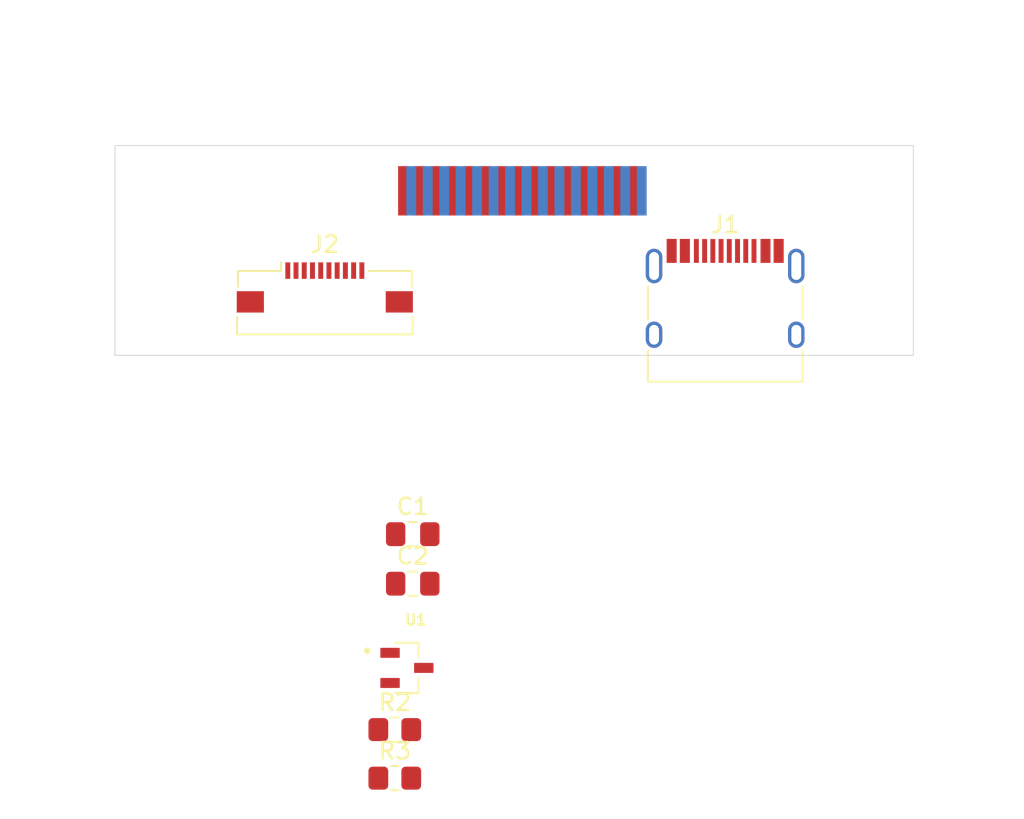
<source format=kicad_pcb>
(kicad_pcb (version 20241229) (generator "pcbnew") (generator_version "9.0")
  (layers (0 "F.Cu" signal) (2 "B.Cu" signal) (13 "F.Paste" user) (15 "B.Paste" user) (5 "F.SilkS" user "F.Silkscreen") (7 "B.SilkS" user "B.Silkscreen") (1 "F.Mask" user) (3 "B.Mask" user) (25 "Edge.Cuts" user))
  (net 0 "")
  (net 2 "Net-(U1-IN)")
  (net 3 "GNDS")
  (net 8 "D+")
  (net 10 "+5V")
  (net 12 "D-")
  (net 21 "ACC")
  (net 22 "GNDA")
  (net 23 "RX")
  (net 24 "TX")
  (net 25 "Net-(J1-CC1)")
  (net 26 "Net-(J1-CC2)")
  (net 27 "OUT_R")
  (net 30 "OUT_L")
  (footprint "MountingHole:MountingHole_2.2mm_M2" (layer "F.Cu") (at 154.25 94.125)
    (property "Reference" "REF**" (hide yes))
    (property "Value" "MountingHole_2.2mm_M2")
    (pad "" np_thru_hole circle (at 0 0) (size 2.2 2.2) (drill 2.2) (layers "*.Cu" "*.Mask"))
  )
  (footprint "AP2331SA:SOT91P240X120-3N" (layer "F.Cu") (at 169.487 119.5)
    (property "Reference" "U1" (at 0.533178 -2.922328 0) (layer "F.SilkS") (effects (font (size 0.64124 0.64124))))
    (property "Value" "AP2331SA-7")
    (fp_line (start 0.7 -1.534) (end -0.7 -1.534) (stroke (width 0.127)) (layer "F.SilkS"))
    (fp_line (start 0.7 -1.534) (end 0.7 -0.619) (stroke (width 0.127)) (layer "F.SilkS"))
    (fp_line (start 0.7 0.619) (end 0.7 1.534) (stroke (width 0.127)) (layer "F.SilkS"))
    (fp_line (start 0.7 1.534) (end -0.7 1.534) (stroke (width 0.127)) (layer "F.SilkS"))
    (fp_circle (center -2.409 -1.044) (end -2.309 -1.044) (stroke (width 0.2)) (fill no) (layer "F.SilkS"))
    (pad "1" smd roundrect (at -1.025 -0.915) (size 1.18 0.61) (layers "F.Cu" "F.Mask" "F.Paste") (roundrect_rratio 0.075) (net 3 "GNDS"))
    (pad "2" smd roundrect (at -1.025 0.915) (size 1.18 0.61) (layers "F.Cu" "F.Mask" "F.Paste") (roundrect_rratio 0.075) (net 10 "+5V"))
    (pad "3" smd roundrect (at 1.025 0) (size 1.18 0.61) (layers "F.Cu" "F.Mask" "F.Paste") (roundrect_rratio 0.075) (net 2 "Net-(U1-IN)"))
  )
  (footprint "Connector_USB:USB_C_Receptacle_HRO_TYPE-C-31-M-12" (layer "F.Cu") (at 188.82 98.2)
    (property "Reference" "J1" (at 0 -5.645 0) (layer "F.SilkS"))
    (property "Value" "USB-C Connector")
    (fp_line (start -4.7 -1.9) (end -4.7 0.1) (stroke (width 0.12)) (layer "F.SilkS"))
    (fp_line (start -4.7 2) (end -4.7 3.9) (stroke (width 0.12)) (layer "F.SilkS"))
    (fp_line (start -4.7 3.9) (end 4.7 3.9) (stroke (width 0.12)) (layer "F.SilkS"))
    (fp_line (start 4.7 -1.9) (end 4.7 0.1) (stroke (width 0.12)) (layer "F.SilkS"))
    (fp_line (start 4.7 2) (end 4.7 3.9) (stroke (width 0.12)) (layer "F.SilkS"))
    (pad "" np_thru_hole circle (at -2.89 -2.6) (size 0.65 0.65) (drill 0.65) (layers "*.Cu" "*.Mask"))
    (pad "" np_thru_hole circle (at 2.89 -2.6) (size 0.65 0.65) (drill 0.65) (layers "*.Cu" "*.Mask"))
    (pad "A1" smd rect (at -3.25 -4.045) (size 0.6 1.45) (layers "F.Cu" "F.Mask" "F.Paste") (net 3 "GNDS"))
    (pad "A4" smd rect (at -2.45 -4.045) (size 0.6 1.45) (layers "F.Cu" "F.Mask" "F.Paste") (net 2 "Net-(U1-IN)"))
    (pad "A5" smd rect (at -1.25 -4.045) (size 0.3 1.45) (layers "F.Cu" "F.Mask" "F.Paste") (net 25 "Net-(J1-CC1)"))
    (pad "A6" smd rect (at -0.25 -4.045) (size 0.3 1.45) (layers "F.Cu" "F.Mask" "F.Paste") (net 8 "D+"))
    (pad "A7" smd rect (at 0.25 -4.045) (size 0.3 1.45) (layers "F.Cu" "F.Mask" "F.Paste") (net 12 "D-"))
    (pad "A8" smd rect (at 1.25 -4.045) (size 0.3 1.45) (layers "F.Cu" "F.Mask" "F.Paste"))
    (pad "A9" smd rect (at 2.45 -4.045) (size 0.6 1.45) (layers "F.Cu" "F.Mask" "F.Paste") (net 2 "Net-(U1-IN)"))
    (pad "A12" smd rect (at 3.25 -4.045) (size 0.6 1.45) (layers "F.Cu" "F.Mask" "F.Paste") (net 3 "GNDS"))
    (pad "B1" smd rect (at 3.25 -4.045) (size 0.6 1.45) (layers "F.Cu" "F.Mask" "F.Paste") (net 3 "GNDS"))
    (pad "B4" smd rect (at 2.45 -4.045) (size 0.6 1.45) (layers "F.Cu" "F.Mask" "F.Paste") (net 2 "Net-(U1-IN)"))
    (pad "B5" smd rect (at 1.75 -4.045) (size 0.3 1.45) (layers "F.Cu" "F.Mask" "F.Paste") (net 26 "Net-(J1-CC2)"))
    (pad "B6" smd rect (at 0.75 -4.045) (size 0.3 1.45) (layers "F.Cu" "F.Mask" "F.Paste") (net 8 "D+"))
    (pad "B7" smd rect (at -0.75 -4.045) (size 0.3 1.45) (layers "F.Cu" "F.Mask" "F.Paste") (net 12 "D-"))
    (pad "B8" smd rect (at -1.75 -4.045) (size 0.3 1.45) (layers "F.Cu" "F.Mask" "F.Paste"))
    (pad "B9" smd rect (at -2.45 -4.045) (size 0.6 1.45) (layers "F.Cu" "F.Mask" "F.Paste") (net 2 "Net-(U1-IN)"))
    (pad "B12" smd rect (at -3.25 -4.045) (size 0.6 1.45) (layers "F.Cu" "F.Mask" "F.Paste") (net 3 "GNDS"))
    (pad "S1" thru_hole oval (at -4.32 -3.13) (size 1 2.1) (drill oval 0.6 1.7) (property pad_prop_heatsink) (layers "*.Cu" "*.Mask") (net 3 "GNDS"))
    (pad "S1" thru_hole oval (at -4.32 1.05) (size 1 1.6) (drill oval 0.6 1.2) (property pad_prop_heatsink) (layers "*.Cu" "*.Mask") (net 3 "GNDS"))
    (pad "S1" thru_hole oval (at 4.32 -3.13) (size 1 2.1) (drill oval 0.6 1.7) (property pad_prop_heatsink) (layers "*.Cu" "*.Mask") (net 3 "GNDS"))
    (pad "S1" thru_hole oval (at 4.32 1.05) (size 1 1.6) (drill oval 0.6 1.2) (property pad_prop_heatsink) (layers "*.Cu" "*.Mask") (net 3 "GNDS"))
  )
  (footprint "Resistor_SMD:R_0805_2012Metric_Pad1.20x1.40mm_HandSolder" (layer "F.Cu") (at 168.75 123.25)
    (property "Reference" "R2" (at 0 -1.65 0) (layer "F.SilkS"))
    (property "Value" "5K1")
    (fp_line (start -0.227064 -0.735) (end 0.227064 -0.735) (stroke (width 0.12)) (layer "F.SilkS"))
    (fp_line (start -0.227064 0.735) (end 0.227064 0.735) (stroke (width 0.12)) (layer "F.SilkS"))
    (pad "1" smd roundrect (at -1 0) (size 1.2 1.4) (layers "F.Cu" "F.Mask" "F.Paste") (roundrect_rratio 0.208333) (net 26 "Net-(J1-CC2)"))
    (pad "2" smd roundrect (at 1 0) (size 1.2 1.4) (layers "F.Cu" "F.Mask" "F.Paste") (roundrect_rratio 0.208333) (net 3 "GNDS"))
  )
  (footprint "Connector_FFC-FPC:Molex_54548-1071_1x10-1MP_P0.5mm_Horizontal" (layer "F.Cu") (at 164.5 96.375)
    (property "Reference" "J2" (at 0 -2.625 0) (layer "F.SilkS"))
    (property "Value" "Ribbon Connector")
    (fp_line (start -5.33 1.785) (end -5.33 2.855) (stroke (width 0.12)) (layer "F.SilkS"))
    (fp_line (start -5.33 2.855) (end 5.33 2.855) (stroke (width 0.12)) (layer "F.SilkS"))
    (fp_line (start -5.28 -1.005) (end -5.28 -0.035) (stroke (width 0.12)) (layer "F.SilkS"))
    (fp_line (start -2.66 -1.525) (end -2.66 -1.005) (stroke (width 0.12)) (layer "F.SilkS"))
    (fp_line (start -2.66 -1.005) (end -5.28 -1.005) (stroke (width 0.12)) (layer "F.SilkS"))
    (fp_line (start 5.28 -1.005) (end 2.66 -1.005) (stroke (width 0.12)) (layer "F.SilkS"))
    (fp_line (start 5.28 -0.035) (end 5.28 -1.005) (stroke (width 0.12)) (layer "F.SilkS"))
    (fp_line (start 5.33 2.855) (end 5.33 1.785) (stroke (width 0.12)) (layer "F.SilkS"))
    (pad "1" smd rect (at -2.25 -1.025) (size 0.3 1) (layers "F.Cu" "F.Mask" "F.Paste") (net 3 "GNDS"))
    (pad "2" smd rect (at -1.75 -1.025) (size 0.3 1) (layers "F.Cu" "F.Mask" "F.Paste") (net 22 "GNDA"))
    (pad "3" smd rect (at -1.25 -1.025) (size 0.3 1) (layers "F.Cu" "F.Mask" "F.Paste") (net 27 "OUT_R"))
    (pad "4" smd rect (at -0.75 -1.025) (size 0.3 1) (layers "F.Cu" "F.Mask" "F.Paste") (net 30 "OUT_L"))
    (pad "5" smd rect (at -0.25 -1.025) (size 0.3 1) (layers "F.Cu" "F.Mask" "F.Paste") (net 21 "ACC"))
    (pad "6" smd rect (at 0.25 -1.025) (size 0.3 1) (layers "F.Cu" "F.Mask" "F.Paste") (net 8 "D+"))
    (pad "7" smd rect (at 0.75 -1.025) (size 0.3 1) (layers "F.Cu" "F.Mask" "F.Paste") (net 12 "D-"))
    (pad "8" smd rect (at 1.25 -1.025) (size 0.3 1) (layers "F.Cu" "F.Mask" "F.Paste") (net 23 "RX"))
    (pad "9" smd rect (at 1.75 -1.025) (size 0.3 1) (layers "F.Cu" "F.Mask" "F.Paste") (net 24 "TX"))
    (pad "10" smd rect (at 2.25 -1.025) (size 0.3 1) (layers "F.Cu" "F.Mask" "F.Paste") (net 10 "+5V"))
    (pad "MP" smd rect (at -4.525 0.875) (size 1.65 1.3) (layers "F.Cu" "F.Mask" "F.Paste"))
    (pad "MP" smd rect (at 4.525 0.875) (size 1.65 1.3) (layers "F.Cu" "F.Mask" "F.Paste"))
  )
  (footprint "MountingHole:MountingHole_2.2mm_M2" (layer "F.Cu") (at 197.5 94.125)
    (property "Reference" "REF**" (hide yes))
    (property "Value" "MountingHole_2.2mm_M2")
    (pad "" np_thru_hole circle (at 0 0) (size 2.2 2.2) (drill 2.2) (layers "*.Cu" "*.Mask"))
  )
  (footprint "Capacitor_SMD:C_0805_2012Metric_Pad1.18x1.45mm_HandSolder" (layer "F.Cu") (at 169.84 114.38)
    (property "Reference" "C2" (at 0 -1.68 0) (layer "F.SilkS"))
    (property "Value" "0.1uF")
    (fp_line (start -0.261252 -0.735) (end 0.261252 -0.735) (stroke (width 0.12)) (layer "F.SilkS"))
    (fp_line (start -0.261252 0.735) (end 0.261252 0.735) (stroke (width 0.12)) (layer "F.SilkS"))
    (pad "1" smd roundrect (at -1.0375 0) (size 1.175 1.45) (layers "F.Cu" "F.Mask" "F.Paste") (roundrect_rratio 0.212766) (net 10 "+5V"))
    (pad "2" smd roundrect (at 1.0375 0) (size 1.175 1.45) (layers "F.Cu" "F.Mask" "F.Paste") (roundrect_rratio 0.212766) (net 3 "GNDS"))
  )
  (footprint "ipod-connector:ipod-connector_male" (layer "F.Cu") (at 176.25 90.5)
    (property "Reference" "P1" (hide yes))
    (property "Value" "IPOD_CONNECTOR_MALE" (hide yes))
    (pad "1" smd rect (at 7.5 0) (size 0.6 3) (layers "B.Cu" "B.Mask" "B.Paste") (net 22 "GNDA"))
    (pad "2" smd rect (at 7 0) (size 0.6 3) (layers "F.Cu" "F.Mask" "F.Paste") (net 22 "GNDA"))
    (pad "3" smd rect (at 6.5 0) (size 0.6 3) (layers "B.Cu" "B.Mask" "B.Paste") (net 27 "OUT_R"))
    (pad "4" smd rect (at 6 0) (size 0.6 3) (layers "F.Cu" "F.Mask" "F.Paste") (net 30 "OUT_L"))
    (pad "5" smd rect (at 5.5 0) (size 0.6 3) (layers "B.Cu" "B.Mask" "B.Paste"))
    (pad "6" smd rect (at 5 0) (size 0.6 3) (layers "F.Cu" "F.Mask" "F.Paste"))
    (pad "7" smd rect (at 4.5 0) (size 0.6 3) (layers "B.Cu" "B.Mask" "B.Paste"))
    (pad "8" smd rect (at 4 0) (size 0.6 3) (layers "F.Cu" "F.Mask" "F.Paste"))
    (pad "9" smd rect (at 3.5 0) (size 0.6 3) (layers "B.Cu" "B.Mask" "B.Paste"))
    (pad "10" smd rect (at 3 0) (size 0.6 3) (layers "F.Cu" "F.Mask" "F.Paste"))
    (pad "11" smd rect (at 2.5 0) (size 0.6 3) (layers "B.Cu" "B.Mask" "B.Paste") (net 3 "GNDS"))
    (pad "12" smd rect (at 2 0) (size 0.6 3) (layers "F.Cu" "F.Mask" "F.Paste") (net 24 "TX"))
    (pad "13" smd rect (at 1.5 0) (size 0.6 3) (layers "B.Cu" "B.Mask" "B.Paste") (net 23 "RX"))
    (pad "14" smd rect (at 1 0) (size 0.6 3) (layers "F.Cu" "F.Mask" "F.Paste"))
    (pad "15" smd rect (at 0.5 0) (size 0.6 3) (layers "B.Cu" "B.Mask" "B.Paste") (net 3 "GNDS"))
    (pad "16" smd rect (at 0 0) (size 0.6 3) (layers "F.Cu" "F.Mask" "F.Paste") (net 3 "GNDS"))
    (pad "17" smd rect (at -0.5 0) (size 0.6 3) (layers "B.Cu" "B.Mask" "B.Paste"))
    (pad "18" smd rect (at -1 0) (size 0.6 3) (layers "F.Cu" "F.Mask" "F.Paste"))
    (pad "19" smd rect (at -1.5 0) (size 0.6 3) (layers "B.Cu" "B.Mask" "B.Paste"))
    (pad "20" smd rect (at -2 0) (size 0.6 3) (layers "F.Cu" "F.Mask" "F.Paste"))
    (pad "21" smd rect (at -2.5 0) (size 0.6 3) (layers "B.Cu" "B.Mask" "B.Paste") (net 21 "ACC"))
    (pad "22" smd rect (at -3 0) (size 0.6 3) (layers "F.Cu" "F.Mask" "F.Paste"))
    (pad "23" smd rect (at -3.5 0) (size 0.6 3) (layers "B.Cu" "B.Mask" "B.Paste") (net 10 "+5V"))
    (pad "24" smd rect (at -4 0) (size 0.6 3) (layers "F.Cu" "F.Mask" "F.Paste"))
    (pad "25" smd rect (at -4.5 0) (size 0.6 3) (layers "B.Cu" "B.Mask" "B.Paste") (net 12 "D-"))
    (pad "26" smd rect (at -5 0) (size 0.6 3) (layers "F.Cu" "F.Mask" "F.Paste"))
    (pad "27" smd rect (at -5.5 0) (size 0.6 3) (layers "B.Cu" "B.Mask" "B.Paste") (net 8 "D+"))
    (pad "28" smd rect (at -6 0) (size 0.6 3) (layers "F.Cu" "F.Mask" "F.Paste"))
    (pad "29" smd rect (at -6.5 0) (size 0.6 3) (layers "B.Cu" "B.Mask" "B.Paste"))
    (pad "30" smd rect (at -7 0) (size 0.6 3) (layers "F.Cu" "F.Mask" "F.Paste"))
  )
  (footprint "Resistor_SMD:R_0805_2012Metric_Pad1.20x1.40mm_HandSolder" (layer "F.Cu") (at 168.75 126.2)
    (property "Reference" "R3" (at 0 -1.65 0) (layer "F.SilkS"))
    (property "Value" "5K1")
    (fp_line (start -0.227064 -0.735) (end 0.227064 -0.735) (stroke (width 0.12)) (layer "F.SilkS"))
    (fp_line (start -0.227064 0.735) (end 0.227064 0.735) (stroke (width 0.12)) (layer "F.SilkS"))
    (pad "1" smd roundrect (at -1 0) (size 1.2 1.4) (layers "F.Cu" "F.Mask" "F.Paste") (roundrect_rratio 0.208333) (net 25 "Net-(J1-CC1)"))
    (pad "2" smd roundrect (at 1 0) (size 1.2 1.4) (layers "F.Cu" "F.Mask" "F.Paste") (roundrect_rratio 0.208333) (net 3 "GNDS"))
  )
  (footprint "Capacitor_SMD:C_0805_2012Metric_Pad1.18x1.45mm_HandSolder" (layer "F.Cu") (at 169.84 111.37)
    (property "Reference" "C1" (at 0 -1.68 0) (layer "F.SilkS"))
    (property "Value" "0.1uF")
    (fp_line (start -0.261252 -0.735) (end 0.261252 -0.735) (stroke (width 0.12)) (layer "F.SilkS"))
    (fp_line (start -0.261252 0.735) (end 0.261252 0.735) (stroke (width 0.12)) (layer "F.SilkS"))
    (pad "1" smd roundrect (at -1.0375 0) (size 1.175 1.45) (layers "F.Cu" "F.Mask" "F.Paste") (roundrect_rratio 0.212766) (net 2 "Net-(U1-IN)"))
    (pad "2" smd roundrect (at 1.0375 0) (size 1.175 1.45) (layers "F.Cu" "F.Mask" "F.Paste") (roundrect_rratio 0.212766) (net 3 "GNDS"))
  )
  (gr_rect (start 151.75 87.75) (end 200.25 100.5) (stroke (width 0.05)) (fill no) (layer "Edge.Cuts"))
)
</source>
